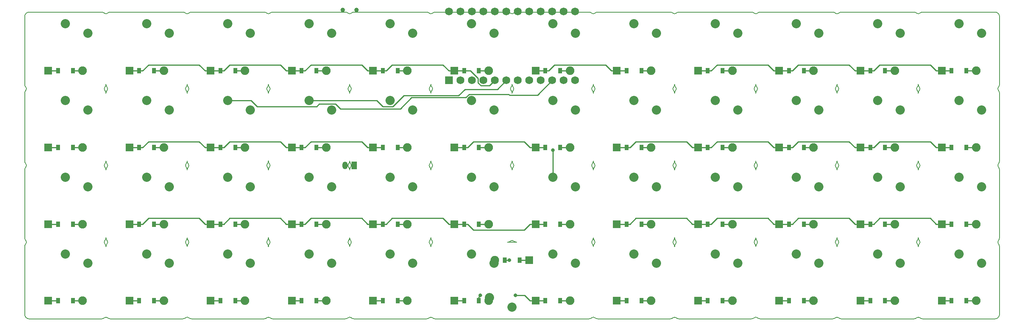
<source format=gbr>
G04 #@! TF.GenerationSoftware,KiCad,Pcbnew,5.1.5+dfsg1-2build2*
G04 #@! TF.CreationDate,2023-07-29T21:16:48+00:00*
G04 #@! TF.ProjectId,planck_routed,706c616e-636b-45f7-926f-757465642e6b,v1.0.0*
G04 #@! TF.SameCoordinates,Original*
G04 #@! TF.FileFunction,Copper,L1,Top*
G04 #@! TF.FilePolarity,Positive*
%FSLAX46Y46*%
G04 Gerber Fmt 4.6, Leading zero omitted, Abs format (unit mm)*
G04 Created by KiCad (PCBNEW 5.1.5+dfsg1-2build2) date 2023-07-29 21:16:48*
%MOMM*%
%LPD*%
G04 APERTURE LIST*
G04 #@! TA.AperFunction,Profile*
%ADD10C,0.150000*%
G04 #@! TD*
G04 #@! TA.AperFunction,ComponentPad*
%ADD11C,2.032000*%
G04 #@! TD*
G04 #@! TA.AperFunction,SMDPad,CuDef*
%ADD12R,0.900000X1.200000*%
G04 #@! TD*
G04 #@! TA.AperFunction,ComponentPad*
%ADD13R,1.778000X1.778000*%
G04 #@! TD*
G04 #@! TA.AperFunction,ComponentPad*
%ADD14C,1.905000*%
G04 #@! TD*
G04 #@! TA.AperFunction,ComponentPad*
%ADD15R,1.752600X1.752600*%
G04 #@! TD*
G04 #@! TA.AperFunction,ComponentPad*
%ADD16C,1.752600*%
G04 #@! TD*
G04 #@! TA.AperFunction,WasherPad*
%ADD17C,1.000000*%
G04 #@! TD*
G04 #@! TA.AperFunction,ComponentPad*
%ADD18R,1.200000X1.700000*%
G04 #@! TD*
G04 #@! TA.AperFunction,ComponentPad*
%ADD19O,1.200000X1.700000*%
G04 #@! TD*
G04 #@! TA.AperFunction,ViaPad*
%ADD20C,0.800000*%
G04 #@! TD*
G04 #@! TA.AperFunction,Conductor*
%ADD21C,0.250000*%
G04 #@! TD*
G04 APERTURE END LIST*
D10*
X-8000000Y8500000D02*
X8000000Y8500000D01*
X8666667Y8754644D02*
G75*
G02X8000000Y8500000I-666667J745356D01*
G01*
X8745356Y25166667D02*
G75*
G02X9000000Y24500000I-745356J-666667D01*
G01*
X-9000000Y24500000D02*
G75*
G02X-8745356Y25166667I1000000J0D01*
G01*
X-9000000Y24500000D02*
X-9000000Y9500000D01*
X-8000000Y8500000D02*
G75*
G02X-9000000Y9500000I0J1000000D01*
G01*
X9000000Y26500000D02*
G75*
G02X8745356Y25833333I-1000000J0D01*
G01*
X8745356Y42166667D02*
G75*
G02X9000000Y41500000I-745356J-666667D01*
G01*
X-9000000Y41500000D02*
G75*
G02X-8745356Y42166667I1000000J0D01*
G01*
X-9000000Y41500000D02*
X-9000000Y26500000D01*
X-8745356Y25833333D02*
G75*
G02X-9000000Y26500000I745356J666667D01*
G01*
X9000000Y43500000D02*
G75*
G02X8745356Y42833333I-1000000J0D01*
G01*
X8745356Y59166667D02*
G75*
G02X9000000Y58500000I-745356J-666667D01*
G01*
X-9000000Y58500000D02*
G75*
G02X-8745356Y59166667I1000000J0D01*
G01*
X-9000000Y58500000D02*
X-9000000Y43500000D01*
X-8745356Y42833333D02*
G75*
G02X-9000000Y43500000I745356J666667D01*
G01*
X9000000Y60500000D02*
G75*
G02X8745356Y59833333I-1000000J0D01*
G01*
X8000000Y76500000D02*
G75*
G02X8666667Y76245356I0J-1000000D01*
G01*
X8000000Y76500000D02*
X-8000000Y76500000D01*
X-9000000Y75500000D02*
G75*
G02X-8000000Y76500000I1000000J0D01*
G01*
X-9000000Y75500000D02*
X-9000000Y60500000D01*
X-8745356Y59833333D02*
G75*
G02X-9000000Y60500000I745356J666667D01*
G01*
X10000000Y8500000D02*
X26000000Y8500000D01*
X26666667Y8754644D02*
G75*
G02X26000000Y8500000I-666667J745356D01*
G01*
X26745356Y25166667D02*
G75*
G02X27000000Y24500000I-745356J-666667D01*
G01*
X9000000Y24500000D02*
G75*
G02X9254644Y25166667I1000000J0D01*
G01*
X10000000Y8500000D02*
G75*
G02X9333333Y8754644I0J1000000D01*
G01*
X27000000Y26500000D02*
G75*
G02X26745356Y25833333I-1000000J0D01*
G01*
X26745356Y42166667D02*
G75*
G02X27000000Y41500000I-745356J-666667D01*
G01*
X9000000Y41500000D02*
G75*
G02X9254644Y42166667I1000000J0D01*
G01*
X9254644Y25833333D02*
G75*
G02X9000000Y26500000I745356J666667D01*
G01*
X27000000Y43500000D02*
G75*
G02X26745356Y42833333I-1000000J0D01*
G01*
X26745356Y59166667D02*
G75*
G02X27000000Y58500000I-745356J-666667D01*
G01*
X9000000Y58500000D02*
G75*
G02X9254644Y59166667I1000000J0D01*
G01*
X9254644Y42833333D02*
G75*
G02X9000000Y43500000I745356J666667D01*
G01*
X27000000Y60500000D02*
G75*
G02X26745356Y59833333I-1000000J0D01*
G01*
X26000000Y76500000D02*
G75*
G02X26666667Y76245356I0J-1000000D01*
G01*
X26000000Y76500000D02*
X10000000Y76500000D01*
X9333333Y76245356D02*
G75*
G02X10000000Y76500000I666667J-745356D01*
G01*
X9254644Y59833333D02*
G75*
G02X9000000Y60500000I745356J666667D01*
G01*
X28000000Y8500000D02*
X44000000Y8500000D01*
X44666667Y8754644D02*
G75*
G02X44000000Y8500000I-666667J745356D01*
G01*
X44745356Y25166667D02*
G75*
G02X45000000Y24500000I-745356J-666667D01*
G01*
X27000000Y24500000D02*
G75*
G02X27254644Y25166667I1000000J0D01*
G01*
X28000000Y8500000D02*
G75*
G02X27333333Y8754644I0J1000000D01*
G01*
X45000000Y26500000D02*
G75*
G02X44745356Y25833333I-1000000J0D01*
G01*
X44745356Y42166667D02*
G75*
G02X45000000Y41500000I-745356J-666667D01*
G01*
X27000000Y41500000D02*
G75*
G02X27254644Y42166667I1000000J0D01*
G01*
X27254644Y25833333D02*
G75*
G02X27000000Y26500000I745356J666667D01*
G01*
X45000000Y43500000D02*
G75*
G02X44745356Y42833333I-1000000J0D01*
G01*
X44745356Y59166667D02*
G75*
G02X45000000Y58500000I-745356J-666667D01*
G01*
X27000000Y58500000D02*
G75*
G02X27254644Y59166667I1000000J0D01*
G01*
X27254644Y42833333D02*
G75*
G02X27000000Y43500000I745356J666667D01*
G01*
X45000000Y60500000D02*
G75*
G02X44745356Y59833333I-1000000J0D01*
G01*
X44000000Y76500000D02*
G75*
G02X44666667Y76245356I0J-1000000D01*
G01*
X44000000Y76500000D02*
X28000000Y76500000D01*
X27333333Y76245356D02*
G75*
G02X28000000Y76500000I666667J-745356D01*
G01*
X27254644Y59833333D02*
G75*
G02X27000000Y60500000I745356J666667D01*
G01*
X46000000Y8500000D02*
X62000000Y8500000D01*
X62666667Y8754644D02*
G75*
G02X62000000Y8500000I-666667J745356D01*
G01*
X62745356Y25166667D02*
G75*
G02X63000000Y24500000I-745356J-666667D01*
G01*
X45000000Y24500000D02*
G75*
G02X45254644Y25166667I1000000J0D01*
G01*
X46000000Y8500000D02*
G75*
G02X45333333Y8754644I0J1000000D01*
G01*
X63000000Y26500000D02*
G75*
G02X62745356Y25833333I-1000000J0D01*
G01*
X62745356Y42166667D02*
G75*
G02X63000000Y41500000I-745356J-666667D01*
G01*
X45000000Y41500000D02*
G75*
G02X45254644Y42166667I1000000J0D01*
G01*
X45254644Y25833333D02*
G75*
G02X45000000Y26500000I745356J666667D01*
G01*
X63000000Y43500000D02*
G75*
G02X62745356Y42833333I-1000000J0D01*
G01*
X62745356Y59166667D02*
G75*
G02X63000000Y58500000I-745356J-666667D01*
G01*
X45000000Y58500000D02*
G75*
G02X45254644Y59166667I1000000J0D01*
G01*
X45254644Y42833333D02*
G75*
G02X45000000Y43500000I745356J666667D01*
G01*
X63000000Y60500000D02*
G75*
G02X62745356Y59833333I-1000000J0D01*
G01*
X62000000Y76500000D02*
G75*
G02X62666667Y76245356I0J-1000000D01*
G01*
X62000000Y76500000D02*
X46000000Y76500000D01*
X45333333Y76245356D02*
G75*
G02X46000000Y76500000I666667J-745356D01*
G01*
X45254644Y59833333D02*
G75*
G02X45000000Y60500000I745356J666667D01*
G01*
X64000000Y8500000D02*
X80000000Y8500000D01*
X80666667Y8754644D02*
G75*
G02X80000000Y8500000I-666667J745356D01*
G01*
X80745356Y25166667D02*
G75*
G02X81000000Y24500000I-745356J-666667D01*
G01*
X63000000Y24500000D02*
G75*
G02X63254644Y25166667I1000000J0D01*
G01*
X64000000Y8500000D02*
G75*
G02X63333333Y8754644I0J1000000D01*
G01*
X81000000Y26500000D02*
G75*
G02X80745356Y25833333I-1000000J0D01*
G01*
X80745356Y42166667D02*
G75*
G02X81000000Y41500000I-745356J-666667D01*
G01*
X63000000Y41500000D02*
G75*
G02X63254644Y42166667I1000000J0D01*
G01*
X63254644Y25833333D02*
G75*
G02X63000000Y26500000I745356J666667D01*
G01*
X81000000Y43500000D02*
G75*
G02X80745356Y42833333I-1000000J0D01*
G01*
X80745356Y59166667D02*
G75*
G02X81000000Y58500000I-745356J-666667D01*
G01*
X63000000Y58500000D02*
G75*
G02X63254644Y59166667I1000000J0D01*
G01*
X63254644Y42833333D02*
G75*
G02X63000000Y43500000I745356J666667D01*
G01*
X81000000Y60500000D02*
G75*
G02X80745356Y59833333I-1000000J0D01*
G01*
X80000000Y76500000D02*
G75*
G02X80666667Y76245356I0J-1000000D01*
G01*
X80000000Y76500000D02*
X64000000Y76500000D01*
X63333333Y76245356D02*
G75*
G02X64000000Y76500000I666667J-745356D01*
G01*
X63254644Y59833333D02*
G75*
G02X63000000Y60500000I745356J666667D01*
G01*
X82000000Y8500000D02*
X116000000Y8500000D01*
X81000000Y24500000D02*
G75*
G02X81254644Y25166667I1000000J0D01*
G01*
X82000000Y8500000D02*
G75*
G02X81333333Y8754644I0J1000000D01*
G01*
X98666667Y25754644D02*
G75*
G02X98000000Y25500000I-666667J745356D01*
G01*
X98745356Y42166667D02*
G75*
G02X99000000Y41500000I-745356J-666667D01*
G01*
X81000000Y41500000D02*
G75*
G02X81254644Y42166667I1000000J0D01*
G01*
X81254644Y25833333D02*
G75*
G02X81000000Y26500000I745356J666667D01*
G01*
X99000000Y43500000D02*
G75*
G02X98745356Y42833333I-1000000J0D01*
G01*
X98745356Y59166667D02*
G75*
G02X99000000Y58500000I-745356J-666667D01*
G01*
X81000000Y58500000D02*
G75*
G02X81254644Y59166667I1000000J0D01*
G01*
X81254644Y42833333D02*
G75*
G02X81000000Y43500000I745356J666667D01*
G01*
X99000000Y60500000D02*
G75*
G02X98745356Y59833333I-1000000J0D01*
G01*
X98000000Y76500000D02*
G75*
G02X98666667Y76245356I0J-1000000D01*
G01*
X98000000Y76500000D02*
X82000000Y76500000D01*
X81333333Y76245356D02*
G75*
G02X82000000Y76500000I666667J-745356D01*
G01*
X81254644Y59833333D02*
G75*
G02X81000000Y60500000I745356J666667D01*
G01*
X100000000Y25500000D02*
X98000000Y25500000D01*
X116666667Y8754644D02*
G75*
G02X116000000Y8500000I-666667J745356D01*
G01*
X116745356Y25166667D02*
G75*
G02X117000000Y24500000I-745356J-666667D01*
G01*
X117000000Y26500000D02*
G75*
G02X116745356Y25833333I-1000000J0D01*
G01*
X116745356Y42166667D02*
G75*
G02X117000000Y41500000I-745356J-666667D01*
G01*
X99000000Y41500000D02*
G75*
G02X99254644Y42166667I1000000J0D01*
G01*
X100000000Y25500000D02*
G75*
G02X99333333Y25754644I0J1000000D01*
G01*
X117000000Y43500000D02*
G75*
G02X116745356Y42833333I-1000000J0D01*
G01*
X116745356Y59166667D02*
G75*
G02X117000000Y58500000I-745356J-666667D01*
G01*
X99000000Y58500000D02*
G75*
G02X99254644Y59166667I1000000J0D01*
G01*
X99254644Y42833333D02*
G75*
G02X99000000Y43500000I745356J666667D01*
G01*
X117000000Y60500000D02*
G75*
G02X116745356Y59833333I-1000000J0D01*
G01*
X116000000Y76500000D02*
G75*
G02X116666667Y76245356I0J-1000000D01*
G01*
X116000000Y76500000D02*
X100000000Y76500000D01*
X99333333Y76245356D02*
G75*
G02X100000000Y76500000I666667J-745356D01*
G01*
X99254644Y59833333D02*
G75*
G02X99000000Y60500000I745356J666667D01*
G01*
X118000000Y8500000D02*
X134000000Y8500000D01*
X134666667Y8754644D02*
G75*
G02X134000000Y8500000I-666667J745356D01*
G01*
X134745356Y25166667D02*
G75*
G02X135000000Y24500000I-745356J-666667D01*
G01*
X117000000Y24500000D02*
G75*
G02X117254644Y25166667I1000000J0D01*
G01*
X118000000Y8500000D02*
G75*
G02X117333333Y8754644I0J1000000D01*
G01*
X135000000Y26500000D02*
G75*
G02X134745356Y25833333I-1000000J0D01*
G01*
X134745356Y42166667D02*
G75*
G02X135000000Y41500000I-745356J-666667D01*
G01*
X117000000Y41500000D02*
G75*
G02X117254644Y42166667I1000000J0D01*
G01*
X117254644Y25833333D02*
G75*
G02X117000000Y26500000I745356J666667D01*
G01*
X135000000Y43500000D02*
G75*
G02X134745356Y42833333I-1000000J0D01*
G01*
X134745356Y59166667D02*
G75*
G02X135000000Y58500000I-745356J-666667D01*
G01*
X117000000Y58500000D02*
G75*
G02X117254644Y59166667I1000000J0D01*
G01*
X117254644Y42833333D02*
G75*
G02X117000000Y43500000I745356J666667D01*
G01*
X135000000Y60500000D02*
G75*
G02X134745356Y59833333I-1000000J0D01*
G01*
X134000000Y76500000D02*
G75*
G02X134666667Y76245356I0J-1000000D01*
G01*
X134000000Y76500000D02*
X118000000Y76500000D01*
X117333333Y76245356D02*
G75*
G02X118000000Y76500000I666667J-745356D01*
G01*
X117254644Y59833333D02*
G75*
G02X117000000Y60500000I745356J666667D01*
G01*
X136000000Y8500000D02*
X152000000Y8500000D01*
X152666667Y8754644D02*
G75*
G02X152000000Y8500000I-666667J745356D01*
G01*
X152745356Y25166667D02*
G75*
G02X153000000Y24500000I-745356J-666667D01*
G01*
X135000000Y24500000D02*
G75*
G02X135254644Y25166667I1000000J0D01*
G01*
X136000000Y8500000D02*
G75*
G02X135333333Y8754644I0J1000000D01*
G01*
X153000000Y26500000D02*
G75*
G02X152745356Y25833333I-1000000J0D01*
G01*
X152745356Y42166667D02*
G75*
G02X153000000Y41500000I-745356J-666667D01*
G01*
X135000000Y41500000D02*
G75*
G02X135254644Y42166667I1000000J0D01*
G01*
X135254644Y25833333D02*
G75*
G02X135000000Y26500000I745356J666667D01*
G01*
X153000000Y43500000D02*
G75*
G02X152745356Y42833333I-1000000J0D01*
G01*
X152745356Y59166667D02*
G75*
G02X153000000Y58500000I-745356J-666667D01*
G01*
X135000000Y58500000D02*
G75*
G02X135254644Y59166667I1000000J0D01*
G01*
X135254644Y42833333D02*
G75*
G02X135000000Y43500000I745356J666667D01*
G01*
X153000000Y60500000D02*
G75*
G02X152745356Y59833333I-1000000J0D01*
G01*
X152000000Y76500000D02*
G75*
G02X152666667Y76245356I0J-1000000D01*
G01*
X152000000Y76500000D02*
X136000000Y76500000D01*
X135333333Y76245356D02*
G75*
G02X136000000Y76500000I666667J-745356D01*
G01*
X135254644Y59833333D02*
G75*
G02X135000000Y60500000I745356J666667D01*
G01*
X154000000Y8500000D02*
X170000000Y8500000D01*
X170666667Y8754644D02*
G75*
G02X170000000Y8500000I-666667J745356D01*
G01*
X170745356Y25166667D02*
G75*
G02X171000000Y24500000I-745356J-666667D01*
G01*
X153000000Y24500000D02*
G75*
G02X153254644Y25166667I1000000J0D01*
G01*
X154000000Y8500000D02*
G75*
G02X153333333Y8754644I0J1000000D01*
G01*
X171000000Y26500000D02*
G75*
G02X170745356Y25833333I-1000000J0D01*
G01*
X170745356Y42166667D02*
G75*
G02X171000000Y41500000I-745356J-666667D01*
G01*
X153000000Y41500000D02*
G75*
G02X153254644Y42166667I1000000J0D01*
G01*
X153254644Y25833333D02*
G75*
G02X153000000Y26500000I745356J666667D01*
G01*
X171000000Y43500000D02*
G75*
G02X170745356Y42833333I-1000000J0D01*
G01*
X170745356Y59166667D02*
G75*
G02X171000000Y58500000I-745356J-666667D01*
G01*
X153000000Y58500000D02*
G75*
G02X153254644Y59166667I1000000J0D01*
G01*
X153254644Y42833333D02*
G75*
G02X153000000Y43500000I745356J666667D01*
G01*
X171000000Y60500000D02*
G75*
G02X170745356Y59833333I-1000000J0D01*
G01*
X170000000Y76500000D02*
G75*
G02X170666667Y76245356I0J-1000000D01*
G01*
X170000000Y76500000D02*
X154000000Y76500000D01*
X153333333Y76245356D02*
G75*
G02X154000000Y76500000I666667J-745356D01*
G01*
X153254644Y59833333D02*
G75*
G02X153000000Y60500000I745356J666667D01*
G01*
X172000000Y8500000D02*
X188000000Y8500000D01*
X188666667Y8754644D02*
G75*
G02X188000000Y8500000I-666667J745356D01*
G01*
X188745356Y25166667D02*
G75*
G02X189000000Y24500000I-745356J-666667D01*
G01*
X171000000Y24500000D02*
G75*
G02X171254644Y25166667I1000000J0D01*
G01*
X172000000Y8500000D02*
G75*
G02X171333333Y8754644I0J1000000D01*
G01*
X189000000Y26500000D02*
G75*
G02X188745356Y25833333I-1000000J0D01*
G01*
X188745356Y42166667D02*
G75*
G02X189000000Y41500000I-745356J-666667D01*
G01*
X171000000Y41500000D02*
G75*
G02X171254644Y42166667I1000000J0D01*
G01*
X171254644Y25833333D02*
G75*
G02X171000000Y26500000I745356J666667D01*
G01*
X189000000Y43500000D02*
G75*
G02X188745356Y42833333I-1000000J0D01*
G01*
X188745356Y59166667D02*
G75*
G02X189000000Y58500000I-745356J-666667D01*
G01*
X171000000Y58500000D02*
G75*
G02X171254644Y59166667I1000000J0D01*
G01*
X171254644Y42833333D02*
G75*
G02X171000000Y43500000I745356J666667D01*
G01*
X189000000Y60500000D02*
G75*
G02X188745356Y59833333I-1000000J0D01*
G01*
X188000000Y76500000D02*
G75*
G02X188666667Y76245356I0J-1000000D01*
G01*
X188000000Y76500000D02*
X172000000Y76500000D01*
X171333333Y76245356D02*
G75*
G02X172000000Y76500000I666667J-745356D01*
G01*
X171254644Y59833333D02*
G75*
G02X171000000Y60500000I745356J666667D01*
G01*
X190000000Y8500000D02*
X206000000Y8500000D01*
X207000000Y9500000D02*
G75*
G02X206000000Y8500000I-1000000J0D01*
G01*
X207000000Y9500000D02*
X207000000Y24500000D01*
X206745356Y25166667D02*
G75*
G02X207000000Y24500000I-745356J-666667D01*
G01*
X189000000Y24500000D02*
G75*
G02X189254644Y25166667I1000000J0D01*
G01*
X190000000Y8500000D02*
G75*
G02X189333333Y8754644I0J1000000D01*
G01*
X207000000Y26500000D02*
G75*
G02X206745356Y25833333I-1000000J0D01*
G01*
X207000000Y26500000D02*
X207000000Y41500000D01*
X206745356Y42166667D02*
G75*
G02X207000000Y41500000I-745356J-666667D01*
G01*
X189000000Y41500000D02*
G75*
G02X189254644Y42166667I1000000J0D01*
G01*
X189254644Y25833333D02*
G75*
G02X189000000Y26500000I745356J666667D01*
G01*
X207000000Y43500000D02*
G75*
G02X206745356Y42833333I-1000000J0D01*
G01*
X207000000Y43500000D02*
X207000000Y58500000D01*
X206745356Y59166667D02*
G75*
G02X207000000Y58500000I-745356J-666667D01*
G01*
X189000000Y58500000D02*
G75*
G02X189254644Y59166667I1000000J0D01*
G01*
X189254644Y42833333D02*
G75*
G02X189000000Y43500000I745356J666667D01*
G01*
X207000000Y60500000D02*
G75*
G02X206745356Y59833333I-1000000J0D01*
G01*
X207000000Y60500000D02*
X207000000Y75500000D01*
X206000000Y76500000D02*
G75*
G02X207000000Y75500000I0J-1000000D01*
G01*
X206000000Y76500000D02*
X190000000Y76500000D01*
X189333333Y76245356D02*
G75*
G02X190000000Y76500000I666667J-745356D01*
G01*
X189254644Y59833333D02*
G75*
G02X189000000Y60500000I745356J666667D01*
G01*
X8666666Y8754644D02*
G75*
G02X9333333Y8754644I333334J-372678D01*
G01*
X26666666Y8754644D02*
G75*
G02X27333333Y8754644I333334J-372678D01*
G01*
X44666666Y8754644D02*
G75*
G02X45333333Y8754644I333334J-372678D01*
G01*
X62666666Y8754644D02*
G75*
G02X63333333Y8754644I333334J-372678D01*
G01*
X80666666Y8754644D02*
G75*
G02X81333333Y8754644I333334J-372678D01*
G01*
X116666666Y8754644D02*
G75*
G02X117333333Y8754644I333334J-372678D01*
G01*
X134666666Y8754644D02*
G75*
G02X135333333Y8754644I333334J-372678D01*
G01*
X152666666Y8754644D02*
G75*
G02X153333333Y8754644I333334J-372678D01*
G01*
X170666666Y8754644D02*
G75*
G02X171333333Y8754644I333334J-372678D01*
G01*
X188666666Y8754644D02*
G75*
G02X189333333Y8754644I333334J-372678D01*
G01*
X206745356Y25166666D02*
G75*
G02X206745356Y25833333I372678J333334D01*
G01*
X206745356Y42166666D02*
G75*
G02X206745356Y42833333I372678J333334D01*
G01*
X206745356Y59166666D02*
G75*
G02X206745356Y59833333I372678J333334D01*
G01*
X189333334Y76245356D02*
G75*
G02X188666667Y76245356I-333334J372678D01*
G01*
X171333334Y76245356D02*
G75*
G02X170666667Y76245356I-333334J372678D01*
G01*
X153333334Y76245356D02*
G75*
G02X152666667Y76245356I-333334J372678D01*
G01*
X135333334Y76245356D02*
G75*
G02X134666667Y76245356I-333334J372678D01*
G01*
X117333334Y76245356D02*
G75*
G02X116666667Y76245356I-333334J372678D01*
G01*
X99333334Y76245356D02*
G75*
G02X98666667Y76245356I-333334J372678D01*
G01*
X81333334Y76245356D02*
G75*
G02X80666667Y76245356I-333334J372678D01*
G01*
X63333334Y76245356D02*
G75*
G02X62666667Y76245356I-333334J372678D01*
G01*
X45333334Y76245356D02*
G75*
G02X44666667Y76245356I-333334J372678D01*
G01*
X27333334Y76245356D02*
G75*
G02X26666667Y76245356I-333334J372678D01*
G01*
X9333334Y76245356D02*
G75*
G02X8666667Y76245356I-333334J372678D01*
G01*
X-8745356Y59833334D02*
G75*
G02X-8745356Y59166667I-372678J-333334D01*
G01*
X-8745356Y42833334D02*
G75*
G02X-8745356Y42166667I-372678J-333334D01*
G01*
X-8745356Y25833334D02*
G75*
G02X-8745356Y25166667I-372678J-333334D01*
G01*
X8745356Y25166666D02*
G75*
G02X8745356Y25833333I372678J333334D01*
G01*
X9254644Y25833334D02*
G75*
G02X9254644Y25166667I-372678J-333334D01*
G01*
X8745356Y42166666D02*
G75*
G02X8745356Y42833333I372678J333334D01*
G01*
X9254644Y42833334D02*
G75*
G02X9254644Y42166667I-372678J-333334D01*
G01*
X8745356Y59166666D02*
G75*
G02X8745356Y59833333I372678J333334D01*
G01*
X9254644Y59833334D02*
G75*
G02X9254644Y59166667I-372678J-333334D01*
G01*
X26745356Y25166666D02*
G75*
G02X26745356Y25833333I372678J333334D01*
G01*
X27254644Y25833334D02*
G75*
G02X27254644Y25166667I-372678J-333334D01*
G01*
X26745356Y42166666D02*
G75*
G02X26745356Y42833333I372678J333334D01*
G01*
X27254644Y42833334D02*
G75*
G02X27254644Y42166667I-372678J-333334D01*
G01*
X26745356Y59166666D02*
G75*
G02X26745356Y59833333I372678J333334D01*
G01*
X27254644Y59833334D02*
G75*
G02X27254644Y59166667I-372678J-333334D01*
G01*
X44745356Y25166666D02*
G75*
G02X44745356Y25833333I372678J333334D01*
G01*
X45254644Y25833334D02*
G75*
G02X45254644Y25166667I-372678J-333334D01*
G01*
X44745356Y42166666D02*
G75*
G02X44745356Y42833333I372678J333334D01*
G01*
X45254644Y42833334D02*
G75*
G02X45254644Y42166667I-372678J-333334D01*
G01*
X44745356Y59166666D02*
G75*
G02X44745356Y59833333I372678J333334D01*
G01*
X45254644Y59833334D02*
G75*
G02X45254644Y59166667I-372678J-333334D01*
G01*
X62745356Y25166666D02*
G75*
G02X62745356Y25833333I372678J333334D01*
G01*
X63254644Y25833334D02*
G75*
G02X63254644Y25166667I-372678J-333334D01*
G01*
X62745356Y42166666D02*
G75*
G02X62745356Y42833333I372678J333334D01*
G01*
X63254644Y42833334D02*
G75*
G02X63254644Y42166667I-372678J-333334D01*
G01*
X62745356Y59166666D02*
G75*
G02X62745356Y59833333I372678J333334D01*
G01*
X63254644Y59833334D02*
G75*
G02X63254644Y59166667I-372678J-333334D01*
G01*
X80745356Y25166666D02*
G75*
G02X80745356Y25833333I372678J333334D01*
G01*
X81254644Y25833334D02*
G75*
G02X81254644Y25166667I-372678J-333334D01*
G01*
X80745356Y42166666D02*
G75*
G02X80745356Y42833333I372678J333334D01*
G01*
X81254644Y42833334D02*
G75*
G02X81254644Y42166667I-372678J-333334D01*
G01*
X80745356Y59166666D02*
G75*
G02X80745356Y59833333I372678J333334D01*
G01*
X81254644Y59833334D02*
G75*
G02X81254644Y59166667I-372678J-333334D01*
G01*
X98745356Y42166666D02*
G75*
G02X98745356Y42833333I372678J333334D01*
G01*
X99254644Y42833334D02*
G75*
G02X99254644Y42166667I-372678J-333334D01*
G01*
X98745356Y59166666D02*
G75*
G02X98745356Y59833333I372678J333334D01*
G01*
X99254644Y59833334D02*
G75*
G02X99254644Y59166667I-372678J-333334D01*
G01*
X116745356Y25166666D02*
G75*
G02X116745356Y25833333I372678J333334D01*
G01*
X117254644Y25833334D02*
G75*
G02X117254644Y25166667I-372678J-333334D01*
G01*
X116745356Y42166666D02*
G75*
G02X116745356Y42833333I372678J333334D01*
G01*
X117254644Y42833334D02*
G75*
G02X117254644Y42166667I-372678J-333334D01*
G01*
X116745356Y59166666D02*
G75*
G02X116745356Y59833333I372678J333334D01*
G01*
X117254644Y59833334D02*
G75*
G02X117254644Y59166667I-372678J-333334D01*
G01*
X134745356Y25166666D02*
G75*
G02X134745356Y25833333I372678J333334D01*
G01*
X135254644Y25833334D02*
G75*
G02X135254644Y25166667I-372678J-333334D01*
G01*
X134745356Y42166666D02*
G75*
G02X134745356Y42833333I372678J333334D01*
G01*
X135254644Y42833334D02*
G75*
G02X135254644Y42166667I-372678J-333334D01*
G01*
X134745356Y59166666D02*
G75*
G02X134745356Y59833333I372678J333334D01*
G01*
X135254644Y59833334D02*
G75*
G02X135254644Y59166667I-372678J-333334D01*
G01*
X152745356Y25166666D02*
G75*
G02X152745356Y25833333I372678J333334D01*
G01*
X153254644Y25833334D02*
G75*
G02X153254644Y25166667I-372678J-333334D01*
G01*
X152745356Y42166666D02*
G75*
G02X152745356Y42833333I372678J333334D01*
G01*
X153254644Y42833334D02*
G75*
G02X153254644Y42166667I-372678J-333334D01*
G01*
X152745356Y59166666D02*
G75*
G02X152745356Y59833333I372678J333334D01*
G01*
X153254644Y59833334D02*
G75*
G02X153254644Y59166667I-372678J-333334D01*
G01*
X170745356Y25166666D02*
G75*
G02X170745356Y25833333I372678J333334D01*
G01*
X171254644Y25833334D02*
G75*
G02X171254644Y25166667I-372678J-333334D01*
G01*
X170745356Y42166666D02*
G75*
G02X170745356Y42833333I372678J333334D01*
G01*
X171254644Y42833334D02*
G75*
G02X171254644Y42166667I-372678J-333334D01*
G01*
X170745356Y59166666D02*
G75*
G02X170745356Y59833333I372678J333334D01*
G01*
X171254644Y59833334D02*
G75*
G02X171254644Y59166667I-372678J-333334D01*
G01*
X188745356Y25166666D02*
G75*
G02X188745356Y25833333I372678J333334D01*
G01*
X189254644Y25833334D02*
G75*
G02X189254644Y25166667I-372678J-333334D01*
G01*
X188745356Y42166666D02*
G75*
G02X188745356Y42833333I372678J333334D01*
G01*
X189254644Y42833334D02*
G75*
G02X189254644Y42166667I-372678J-333334D01*
G01*
X188745356Y59166666D02*
G75*
G02X188745356Y59833333I372678J333334D01*
G01*
X189254644Y59833334D02*
G75*
G02X189254644Y59166667I-372678J-333334D01*
G01*
X98666666Y25754644D02*
G75*
G02X99333333Y25754644I333334J-372678D01*
G01*
D11*
G04 #@! TO.P,S1,1*
G04 #@! TO.N,one_modrow*
X5000000Y20800000D03*
G04 #@! TO.P,S1,2*
G04 #@! TO.N,P1*
X0Y22900000D03*
G04 #@! TD*
G04 #@! TO.P,S2,1*
G04 #@! TO.N,one_bottom*
X5000000Y37800000D03*
G04 #@! TO.P,S2,2*
G04 #@! TO.N,P1*
X0Y39900000D03*
G04 #@! TD*
G04 #@! TO.P,S3,1*
G04 #@! TO.N,one_home*
X5000000Y54800000D03*
G04 #@! TO.P,S3,2*
G04 #@! TO.N,P1*
X0Y56900000D03*
G04 #@! TD*
G04 #@! TO.P,S4,1*
G04 #@! TO.N,one_top*
X5000000Y71800000D03*
G04 #@! TO.P,S4,2*
G04 #@! TO.N,P1*
X0Y73900000D03*
G04 #@! TD*
G04 #@! TO.P,S5,1*
G04 #@! TO.N,two_modrow*
X23000000Y20800000D03*
G04 #@! TO.P,S5,2*
G04 #@! TO.N,P0*
X18000000Y22900000D03*
G04 #@! TD*
G04 #@! TO.P,S6,1*
G04 #@! TO.N,two_bottom*
X23000000Y37800000D03*
G04 #@! TO.P,S6,2*
G04 #@! TO.N,P0*
X18000000Y39900000D03*
G04 #@! TD*
G04 #@! TO.P,S7,1*
G04 #@! TO.N,two_home*
X23000000Y54800000D03*
G04 #@! TO.P,S7,2*
G04 #@! TO.N,P0*
X18000000Y56900000D03*
G04 #@! TD*
G04 #@! TO.P,S8,1*
G04 #@! TO.N,two_top*
X23000000Y71800000D03*
G04 #@! TO.P,S8,2*
G04 #@! TO.N,P0*
X18000000Y73900000D03*
G04 #@! TD*
G04 #@! TO.P,S9,1*
G04 #@! TO.N,three_modrow*
X41000000Y20800000D03*
G04 #@! TO.P,S9,2*
G04 #@! TO.N,P14*
X36000000Y22900000D03*
G04 #@! TD*
G04 #@! TO.P,S10,1*
G04 #@! TO.N,three_bottom*
X41000000Y37800000D03*
G04 #@! TO.P,S10,2*
G04 #@! TO.N,P14*
X36000000Y39900000D03*
G04 #@! TD*
G04 #@! TO.P,S11,1*
G04 #@! TO.N,three_home*
X41000000Y54800000D03*
G04 #@! TO.P,S11,2*
G04 #@! TO.N,P14*
X36000000Y56900000D03*
G04 #@! TD*
G04 #@! TO.P,S12,1*
G04 #@! TO.N,three_top*
X41000000Y71800000D03*
G04 #@! TO.P,S12,2*
G04 #@! TO.N,P14*
X36000000Y73900000D03*
G04 #@! TD*
G04 #@! TO.P,S13,1*
G04 #@! TO.N,four_modrow*
X59000000Y20800000D03*
G04 #@! TO.P,S13,2*
G04 #@! TO.N,P20*
X54000000Y22900000D03*
G04 #@! TD*
G04 #@! TO.P,S14,1*
G04 #@! TO.N,four_bottom*
X59000000Y37800000D03*
G04 #@! TO.P,S14,2*
G04 #@! TO.N,P20*
X54000000Y39900000D03*
G04 #@! TD*
G04 #@! TO.P,S15,1*
G04 #@! TO.N,four_home*
X59000000Y54800000D03*
G04 #@! TO.P,S15,2*
G04 #@! TO.N,P20*
X54000000Y56900000D03*
G04 #@! TD*
G04 #@! TO.P,S16,1*
G04 #@! TO.N,four_top*
X59000000Y71800000D03*
G04 #@! TO.P,S16,2*
G04 #@! TO.N,P20*
X54000000Y73900000D03*
G04 #@! TD*
G04 #@! TO.P,S17,1*
G04 #@! TO.N,five_modrow*
X77000000Y20800000D03*
G04 #@! TO.P,S17,2*
G04 #@! TO.N,P2*
X72000000Y22900000D03*
G04 #@! TD*
G04 #@! TO.P,S18,1*
G04 #@! TO.N,five_bottom*
X77000000Y37800000D03*
G04 #@! TO.P,S18,2*
G04 #@! TO.N,P2*
X72000000Y39900000D03*
G04 #@! TD*
G04 #@! TO.P,S19,1*
G04 #@! TO.N,five_home*
X77000000Y54800000D03*
G04 #@! TO.P,S19,2*
G04 #@! TO.N,P2*
X72000000Y56900000D03*
G04 #@! TD*
G04 #@! TO.P,S20,1*
G04 #@! TO.N,five_top*
X77000000Y71800000D03*
G04 #@! TO.P,S20,2*
G04 #@! TO.N,P2*
X72000000Y73900000D03*
G04 #@! TD*
G04 #@! TO.P,S21,1*
G04 #@! TO.N,six_modrow*
X95000000Y20800000D03*
G04 #@! TO.P,S21,2*
G04 #@! TO.N,P3*
X90000000Y22900000D03*
G04 #@! TD*
G04 #@! TO.P,S22,1*
G04 #@! TO.N,six_bottom*
X95000000Y37800000D03*
G04 #@! TO.P,S22,2*
G04 #@! TO.N,P3*
X90000000Y39900000D03*
G04 #@! TD*
G04 #@! TO.P,S23,1*
G04 #@! TO.N,six_home*
X95000000Y54800000D03*
G04 #@! TO.P,S23,2*
G04 #@! TO.N,P3*
X90000000Y56900000D03*
G04 #@! TD*
G04 #@! TO.P,S24,1*
G04 #@! TO.N,six_top*
X95000000Y71800000D03*
G04 #@! TO.P,S24,2*
G04 #@! TO.N,P3*
X90000000Y73900000D03*
G04 #@! TD*
G04 #@! TO.P,S25,1*
G04 #@! TO.N,seven_2uspacebar*
X94000000Y13200000D03*
G04 #@! TO.P,S25,2*
G04 #@! TO.N,P4*
X99000000Y11100000D03*
G04 #@! TD*
G04 #@! TO.P,S26,1*
G04 #@! TO.N,seven_modrow*
X113000000Y20800000D03*
G04 #@! TO.P,S26,2*
G04 #@! TO.N,P4*
X108000000Y22900000D03*
G04 #@! TD*
G04 #@! TO.P,S27,1*
G04 #@! TO.N,seven_bottom*
X113000000Y37800000D03*
G04 #@! TO.P,S27,2*
G04 #@! TO.N,P4*
X108000000Y39900000D03*
G04 #@! TD*
G04 #@! TO.P,S28,1*
G04 #@! TO.N,seven_home*
X113000000Y54800000D03*
G04 #@! TO.P,S28,2*
G04 #@! TO.N,P4*
X108000000Y56900000D03*
G04 #@! TD*
G04 #@! TO.P,S29,1*
G04 #@! TO.N,seven_top*
X113000000Y71800000D03*
G04 #@! TO.P,S29,2*
G04 #@! TO.N,P4*
X108000000Y73900000D03*
G04 #@! TD*
G04 #@! TO.P,S30,1*
G04 #@! TO.N,eight_modrow*
X131000000Y20800000D03*
G04 #@! TO.P,S30,2*
G04 #@! TO.N,P5*
X126000000Y22900000D03*
G04 #@! TD*
G04 #@! TO.P,S31,1*
G04 #@! TO.N,eight_bottom*
X131000000Y37800000D03*
G04 #@! TO.P,S31,2*
G04 #@! TO.N,P5*
X126000000Y39900000D03*
G04 #@! TD*
G04 #@! TO.P,S32,1*
G04 #@! TO.N,eight_home*
X131000000Y54800000D03*
G04 #@! TO.P,S32,2*
G04 #@! TO.N,P5*
X126000000Y56900000D03*
G04 #@! TD*
G04 #@! TO.P,S33,1*
G04 #@! TO.N,eight_top*
X131000000Y71800000D03*
G04 #@! TO.P,S33,2*
G04 #@! TO.N,P5*
X126000000Y73900000D03*
G04 #@! TD*
G04 #@! TO.P,S34,1*
G04 #@! TO.N,nine_modrow*
X149000000Y20800000D03*
G04 #@! TO.P,S34,2*
G04 #@! TO.N,P6*
X144000000Y22900000D03*
G04 #@! TD*
G04 #@! TO.P,S35,1*
G04 #@! TO.N,nine_bottom*
X149000000Y37800000D03*
G04 #@! TO.P,S35,2*
G04 #@! TO.N,P6*
X144000000Y39900000D03*
G04 #@! TD*
G04 #@! TO.P,S36,1*
G04 #@! TO.N,nine_home*
X149000000Y54800000D03*
G04 #@! TO.P,S36,2*
G04 #@! TO.N,P6*
X144000000Y56900000D03*
G04 #@! TD*
G04 #@! TO.P,S37,1*
G04 #@! TO.N,nine_top*
X149000000Y71800000D03*
G04 #@! TO.P,S37,2*
G04 #@! TO.N,P6*
X144000000Y73900000D03*
G04 #@! TD*
G04 #@! TO.P,S38,1*
G04 #@! TO.N,ten_modrow*
X167000000Y20800000D03*
G04 #@! TO.P,S38,2*
G04 #@! TO.N,P7*
X162000000Y22900000D03*
G04 #@! TD*
G04 #@! TO.P,S39,1*
G04 #@! TO.N,ten_bottom*
X167000000Y37800000D03*
G04 #@! TO.P,S39,2*
G04 #@! TO.N,P7*
X162000000Y39900000D03*
G04 #@! TD*
G04 #@! TO.P,S40,1*
G04 #@! TO.N,ten_home*
X167000000Y54800000D03*
G04 #@! TO.P,S40,2*
G04 #@! TO.N,P7*
X162000000Y56900000D03*
G04 #@! TD*
G04 #@! TO.P,S41,1*
G04 #@! TO.N,ten_top*
X167000000Y71800000D03*
G04 #@! TO.P,S41,2*
G04 #@! TO.N,P7*
X162000000Y73900000D03*
G04 #@! TD*
G04 #@! TO.P,S42,1*
G04 #@! TO.N,eleven_modrow*
X185000000Y20800000D03*
G04 #@! TO.P,S42,2*
G04 #@! TO.N,P8*
X180000000Y22900000D03*
G04 #@! TD*
G04 #@! TO.P,S43,1*
G04 #@! TO.N,eleven_bottom*
X185000000Y37800000D03*
G04 #@! TO.P,S43,2*
G04 #@! TO.N,P8*
X180000000Y39900000D03*
G04 #@! TD*
G04 #@! TO.P,S44,1*
G04 #@! TO.N,eleven_home*
X185000000Y54800000D03*
G04 #@! TO.P,S44,2*
G04 #@! TO.N,P8*
X180000000Y56900000D03*
G04 #@! TD*
G04 #@! TO.P,S45,1*
G04 #@! TO.N,eleven_top*
X185000000Y71800000D03*
G04 #@! TO.P,S45,2*
G04 #@! TO.N,P8*
X180000000Y73900000D03*
G04 #@! TD*
G04 #@! TO.P,S46,1*
G04 #@! TO.N,twelve_modrow*
X203000000Y20800000D03*
G04 #@! TO.P,S46,2*
G04 #@! TO.N,P9*
X198000000Y22900000D03*
G04 #@! TD*
G04 #@! TO.P,S47,1*
G04 #@! TO.N,twelve_bottom*
X203000000Y37800000D03*
G04 #@! TO.P,S47,2*
G04 #@! TO.N,P9*
X198000000Y39900000D03*
G04 #@! TD*
G04 #@! TO.P,S48,1*
G04 #@! TO.N,twelve_home*
X203000000Y54800000D03*
G04 #@! TO.P,S48,2*
G04 #@! TO.N,P9*
X198000000Y56900000D03*
G04 #@! TD*
G04 #@! TO.P,S49,1*
G04 #@! TO.N,twelve_top*
X203000000Y71800000D03*
G04 #@! TO.P,S49,2*
G04 #@! TO.N,P9*
X198000000Y73900000D03*
G04 #@! TD*
D12*
G04 #@! TO.P,D1,1*
G04 #@! TO.N,P19*
X-1650000Y12500000D03*
G04 #@! TO.P,D1,2*
G04 #@! TO.N,one_modrow*
X1650000Y12500000D03*
D13*
G04 #@! TO.P,D1,1*
G04 #@! TO.N,P19*
X-3810000Y12500000D03*
D14*
G04 #@! TO.P,D1,2*
G04 #@! TO.N,one_modrow*
X3810000Y12500000D03*
G04 #@! TD*
D12*
G04 #@! TO.P,D2,1*
G04 #@! TO.N,P18*
X-1650000Y29500000D03*
G04 #@! TO.P,D2,2*
G04 #@! TO.N,one_bottom*
X1650000Y29500000D03*
D13*
G04 #@! TO.P,D2,1*
G04 #@! TO.N,P18*
X-3810000Y29500000D03*
D14*
G04 #@! TO.P,D2,2*
G04 #@! TO.N,one_bottom*
X3810000Y29500000D03*
G04 #@! TD*
D12*
G04 #@! TO.P,D3,1*
G04 #@! TO.N,P15*
X-1650000Y46500000D03*
G04 #@! TO.P,D3,2*
G04 #@! TO.N,one_home*
X1650000Y46500000D03*
D13*
G04 #@! TO.P,D3,1*
G04 #@! TO.N,P15*
X-3810000Y46500000D03*
D14*
G04 #@! TO.P,D3,2*
G04 #@! TO.N,one_home*
X3810000Y46500000D03*
G04 #@! TD*
D12*
G04 #@! TO.P,D4,1*
G04 #@! TO.N,P21*
X-1650000Y63500000D03*
G04 #@! TO.P,D4,2*
G04 #@! TO.N,one_top*
X1650000Y63500000D03*
D13*
G04 #@! TO.P,D4,1*
G04 #@! TO.N,P21*
X-3810000Y63500000D03*
D14*
G04 #@! TO.P,D4,2*
G04 #@! TO.N,one_top*
X3810000Y63500000D03*
G04 #@! TD*
D12*
G04 #@! TO.P,D5,1*
G04 #@! TO.N,P19*
X16350000Y12500000D03*
G04 #@! TO.P,D5,2*
G04 #@! TO.N,two_modrow*
X19650000Y12500000D03*
D13*
G04 #@! TO.P,D5,1*
G04 #@! TO.N,P19*
X14190000Y12500000D03*
D14*
G04 #@! TO.P,D5,2*
G04 #@! TO.N,two_modrow*
X21810000Y12500000D03*
G04 #@! TD*
D12*
G04 #@! TO.P,D6,1*
G04 #@! TO.N,P18*
X16350000Y29500000D03*
G04 #@! TO.P,D6,2*
G04 #@! TO.N,two_bottom*
X19650000Y29500000D03*
D13*
G04 #@! TO.P,D6,1*
G04 #@! TO.N,P18*
X14190000Y29500000D03*
D14*
G04 #@! TO.P,D6,2*
G04 #@! TO.N,two_bottom*
X21810000Y29500000D03*
G04 #@! TD*
D12*
G04 #@! TO.P,D7,1*
G04 #@! TO.N,P15*
X16350000Y46500000D03*
G04 #@! TO.P,D7,2*
G04 #@! TO.N,two_home*
X19650000Y46500000D03*
D13*
G04 #@! TO.P,D7,1*
G04 #@! TO.N,P15*
X14190000Y46500000D03*
D14*
G04 #@! TO.P,D7,2*
G04 #@! TO.N,two_home*
X21810000Y46500000D03*
G04 #@! TD*
D12*
G04 #@! TO.P,D8,1*
G04 #@! TO.N,P21*
X16350000Y63500000D03*
G04 #@! TO.P,D8,2*
G04 #@! TO.N,two_top*
X19650000Y63500000D03*
D13*
G04 #@! TO.P,D8,1*
G04 #@! TO.N,P21*
X14190000Y63500000D03*
D14*
G04 #@! TO.P,D8,2*
G04 #@! TO.N,two_top*
X21810000Y63500000D03*
G04 #@! TD*
D12*
G04 #@! TO.P,D9,1*
G04 #@! TO.N,P19*
X34350000Y12500000D03*
G04 #@! TO.P,D9,2*
G04 #@! TO.N,three_modrow*
X37650000Y12500000D03*
D13*
G04 #@! TO.P,D9,1*
G04 #@! TO.N,P19*
X32190000Y12500000D03*
D14*
G04 #@! TO.P,D9,2*
G04 #@! TO.N,three_modrow*
X39810000Y12500000D03*
G04 #@! TD*
D12*
G04 #@! TO.P,D10,1*
G04 #@! TO.N,P18*
X34350000Y29500000D03*
G04 #@! TO.P,D10,2*
G04 #@! TO.N,three_bottom*
X37650000Y29500000D03*
D13*
G04 #@! TO.P,D10,1*
G04 #@! TO.N,P18*
X32190000Y29500000D03*
D14*
G04 #@! TO.P,D10,2*
G04 #@! TO.N,three_bottom*
X39810000Y29500000D03*
G04 #@! TD*
D12*
G04 #@! TO.P,D11,1*
G04 #@! TO.N,P15*
X34350000Y46500000D03*
G04 #@! TO.P,D11,2*
G04 #@! TO.N,three_home*
X37650000Y46500000D03*
D13*
G04 #@! TO.P,D11,1*
G04 #@! TO.N,P15*
X32190000Y46500000D03*
D14*
G04 #@! TO.P,D11,2*
G04 #@! TO.N,three_home*
X39810000Y46500000D03*
G04 #@! TD*
D12*
G04 #@! TO.P,D12,1*
G04 #@! TO.N,P21*
X34350000Y63500000D03*
G04 #@! TO.P,D12,2*
G04 #@! TO.N,three_top*
X37650000Y63500000D03*
D13*
G04 #@! TO.P,D12,1*
G04 #@! TO.N,P21*
X32190000Y63500000D03*
D14*
G04 #@! TO.P,D12,2*
G04 #@! TO.N,three_top*
X39810000Y63500000D03*
G04 #@! TD*
D12*
G04 #@! TO.P,D13,1*
G04 #@! TO.N,P19*
X52350000Y12500000D03*
G04 #@! TO.P,D13,2*
G04 #@! TO.N,four_modrow*
X55650000Y12500000D03*
D13*
G04 #@! TO.P,D13,1*
G04 #@! TO.N,P19*
X50190000Y12500000D03*
D14*
G04 #@! TO.P,D13,2*
G04 #@! TO.N,four_modrow*
X57810000Y12500000D03*
G04 #@! TD*
D12*
G04 #@! TO.P,D14,1*
G04 #@! TO.N,P18*
X52350000Y29500000D03*
G04 #@! TO.P,D14,2*
G04 #@! TO.N,four_bottom*
X55650000Y29500000D03*
D13*
G04 #@! TO.P,D14,1*
G04 #@! TO.N,P18*
X50190000Y29500000D03*
D14*
G04 #@! TO.P,D14,2*
G04 #@! TO.N,four_bottom*
X57810000Y29500000D03*
G04 #@! TD*
D12*
G04 #@! TO.P,D15,1*
G04 #@! TO.N,P15*
X52350000Y46500000D03*
G04 #@! TO.P,D15,2*
G04 #@! TO.N,four_home*
X55650000Y46500000D03*
D13*
G04 #@! TO.P,D15,1*
G04 #@! TO.N,P15*
X50190000Y46500000D03*
D14*
G04 #@! TO.P,D15,2*
G04 #@! TO.N,four_home*
X57810000Y46500000D03*
G04 #@! TD*
D12*
G04 #@! TO.P,D16,1*
G04 #@! TO.N,P21*
X52350000Y63500000D03*
G04 #@! TO.P,D16,2*
G04 #@! TO.N,four_top*
X55650000Y63500000D03*
D13*
G04 #@! TO.P,D16,1*
G04 #@! TO.N,P21*
X50190000Y63500000D03*
D14*
G04 #@! TO.P,D16,2*
G04 #@! TO.N,four_top*
X57810000Y63500000D03*
G04 #@! TD*
D12*
G04 #@! TO.P,D17,1*
G04 #@! TO.N,P19*
X70350000Y12500000D03*
G04 #@! TO.P,D17,2*
G04 #@! TO.N,five_modrow*
X73650000Y12500000D03*
D13*
G04 #@! TO.P,D17,1*
G04 #@! TO.N,P19*
X68190000Y12500000D03*
D14*
G04 #@! TO.P,D17,2*
G04 #@! TO.N,five_modrow*
X75810000Y12500000D03*
G04 #@! TD*
D12*
G04 #@! TO.P,D18,1*
G04 #@! TO.N,P18*
X70350000Y29500000D03*
G04 #@! TO.P,D18,2*
G04 #@! TO.N,five_bottom*
X73650000Y29500000D03*
D13*
G04 #@! TO.P,D18,1*
G04 #@! TO.N,P18*
X68190000Y29500000D03*
D14*
G04 #@! TO.P,D18,2*
G04 #@! TO.N,five_bottom*
X75810000Y29500000D03*
G04 #@! TD*
D12*
G04 #@! TO.P,D19,1*
G04 #@! TO.N,P15*
X70350000Y46500000D03*
G04 #@! TO.P,D19,2*
G04 #@! TO.N,five_home*
X73650000Y46500000D03*
D13*
G04 #@! TO.P,D19,1*
G04 #@! TO.N,P15*
X68190000Y46500000D03*
D14*
G04 #@! TO.P,D19,2*
G04 #@! TO.N,five_home*
X75810000Y46500000D03*
G04 #@! TD*
D12*
G04 #@! TO.P,D20,1*
G04 #@! TO.N,P21*
X70350000Y63500000D03*
G04 #@! TO.P,D20,2*
G04 #@! TO.N,five_top*
X73650000Y63500000D03*
D13*
G04 #@! TO.P,D20,1*
G04 #@! TO.N,P21*
X68190000Y63500000D03*
D14*
G04 #@! TO.P,D20,2*
G04 #@! TO.N,five_top*
X75810000Y63500000D03*
G04 #@! TD*
D12*
G04 #@! TO.P,D21,1*
G04 #@! TO.N,P19*
X88350000Y12500000D03*
G04 #@! TO.P,D21,2*
G04 #@! TO.N,six_modrow*
X91650000Y12500000D03*
D13*
G04 #@! TO.P,D21,1*
G04 #@! TO.N,P19*
X86190000Y12500000D03*
D14*
G04 #@! TO.P,D21,2*
G04 #@! TO.N,six_modrow*
X93810000Y12500000D03*
G04 #@! TD*
D12*
G04 #@! TO.P,D22,1*
G04 #@! TO.N,P18*
X88350000Y29500000D03*
G04 #@! TO.P,D22,2*
G04 #@! TO.N,six_bottom*
X91650000Y29500000D03*
D13*
G04 #@! TO.P,D22,1*
G04 #@! TO.N,P18*
X86190000Y29500000D03*
D14*
G04 #@! TO.P,D22,2*
G04 #@! TO.N,six_bottom*
X93810000Y29500000D03*
G04 #@! TD*
D12*
G04 #@! TO.P,D23,1*
G04 #@! TO.N,P15*
X88350000Y46500000D03*
G04 #@! TO.P,D23,2*
G04 #@! TO.N,six_home*
X91650000Y46500000D03*
D13*
G04 #@! TO.P,D23,1*
G04 #@! TO.N,P15*
X86190000Y46500000D03*
D14*
G04 #@! TO.P,D23,2*
G04 #@! TO.N,six_home*
X93810000Y46500000D03*
G04 #@! TD*
D12*
G04 #@! TO.P,D24,1*
G04 #@! TO.N,P21*
X88350000Y63500000D03*
G04 #@! TO.P,D24,2*
G04 #@! TO.N,six_top*
X91650000Y63500000D03*
D13*
G04 #@! TO.P,D24,1*
G04 #@! TO.N,P21*
X86190000Y63500000D03*
D14*
G04 #@! TO.P,D24,2*
G04 #@! TO.N,six_top*
X93810000Y63500000D03*
G04 #@! TD*
D12*
G04 #@! TO.P,D25,1*
G04 #@! TO.N,P19*
X100650000Y21500000D03*
G04 #@! TO.P,D25,2*
G04 #@! TO.N,seven_2uspacebar*
X97350000Y21500000D03*
D13*
G04 #@! TO.P,D25,1*
G04 #@! TO.N,P19*
X102810000Y21500000D03*
D14*
G04 #@! TO.P,D25,2*
G04 #@! TO.N,seven_2uspacebar*
X95190000Y21500000D03*
G04 #@! TD*
D12*
G04 #@! TO.P,D26,1*
G04 #@! TO.N,P19*
X106350000Y12500000D03*
G04 #@! TO.P,D26,2*
G04 #@! TO.N,seven_modrow*
X109650000Y12500000D03*
D13*
G04 #@! TO.P,D26,1*
G04 #@! TO.N,P19*
X104190000Y12500000D03*
D14*
G04 #@! TO.P,D26,2*
G04 #@! TO.N,seven_modrow*
X111810000Y12500000D03*
G04 #@! TD*
D12*
G04 #@! TO.P,D27,1*
G04 #@! TO.N,P18*
X106350000Y29500000D03*
G04 #@! TO.P,D27,2*
G04 #@! TO.N,seven_bottom*
X109650000Y29500000D03*
D13*
G04 #@! TO.P,D27,1*
G04 #@! TO.N,P18*
X104190000Y29500000D03*
D14*
G04 #@! TO.P,D27,2*
G04 #@! TO.N,seven_bottom*
X111810000Y29500000D03*
G04 #@! TD*
D12*
G04 #@! TO.P,D28,1*
G04 #@! TO.N,P15*
X106350000Y46500000D03*
G04 #@! TO.P,D28,2*
G04 #@! TO.N,seven_home*
X109650000Y46500000D03*
D13*
G04 #@! TO.P,D28,1*
G04 #@! TO.N,P15*
X104190000Y46500000D03*
D14*
G04 #@! TO.P,D28,2*
G04 #@! TO.N,seven_home*
X111810000Y46500000D03*
G04 #@! TD*
D12*
G04 #@! TO.P,D29,1*
G04 #@! TO.N,P21*
X106350000Y63500000D03*
G04 #@! TO.P,D29,2*
G04 #@! TO.N,seven_top*
X109650000Y63500000D03*
D13*
G04 #@! TO.P,D29,1*
G04 #@! TO.N,P21*
X104190000Y63500000D03*
D14*
G04 #@! TO.P,D29,2*
G04 #@! TO.N,seven_top*
X111810000Y63500000D03*
G04 #@! TD*
D12*
G04 #@! TO.P,D30,1*
G04 #@! TO.N,P19*
X124350000Y12500000D03*
G04 #@! TO.P,D30,2*
G04 #@! TO.N,eight_modrow*
X127650000Y12500000D03*
D13*
G04 #@! TO.P,D30,1*
G04 #@! TO.N,P19*
X122190000Y12500000D03*
D14*
G04 #@! TO.P,D30,2*
G04 #@! TO.N,eight_modrow*
X129810000Y12500000D03*
G04 #@! TD*
D12*
G04 #@! TO.P,D31,1*
G04 #@! TO.N,P18*
X124350000Y29500000D03*
G04 #@! TO.P,D31,2*
G04 #@! TO.N,eight_bottom*
X127650000Y29500000D03*
D13*
G04 #@! TO.P,D31,1*
G04 #@! TO.N,P18*
X122190000Y29500000D03*
D14*
G04 #@! TO.P,D31,2*
G04 #@! TO.N,eight_bottom*
X129810000Y29500000D03*
G04 #@! TD*
D12*
G04 #@! TO.P,D32,1*
G04 #@! TO.N,P15*
X124350000Y46500000D03*
G04 #@! TO.P,D32,2*
G04 #@! TO.N,eight_home*
X127650000Y46500000D03*
D13*
G04 #@! TO.P,D32,1*
G04 #@! TO.N,P15*
X122190000Y46500000D03*
D14*
G04 #@! TO.P,D32,2*
G04 #@! TO.N,eight_home*
X129810000Y46500000D03*
G04 #@! TD*
D12*
G04 #@! TO.P,D33,1*
G04 #@! TO.N,P21*
X124350000Y63500000D03*
G04 #@! TO.P,D33,2*
G04 #@! TO.N,eight_top*
X127650000Y63500000D03*
D13*
G04 #@! TO.P,D33,1*
G04 #@! TO.N,P21*
X122190000Y63500000D03*
D14*
G04 #@! TO.P,D33,2*
G04 #@! TO.N,eight_top*
X129810000Y63500000D03*
G04 #@! TD*
D12*
G04 #@! TO.P,D34,1*
G04 #@! TO.N,P19*
X142350000Y12500000D03*
G04 #@! TO.P,D34,2*
G04 #@! TO.N,nine_modrow*
X145650000Y12500000D03*
D13*
G04 #@! TO.P,D34,1*
G04 #@! TO.N,P19*
X140190000Y12500000D03*
D14*
G04 #@! TO.P,D34,2*
G04 #@! TO.N,nine_modrow*
X147810000Y12500000D03*
G04 #@! TD*
D12*
G04 #@! TO.P,D35,1*
G04 #@! TO.N,P18*
X142350000Y29500000D03*
G04 #@! TO.P,D35,2*
G04 #@! TO.N,nine_bottom*
X145650000Y29500000D03*
D13*
G04 #@! TO.P,D35,1*
G04 #@! TO.N,P18*
X140190000Y29500000D03*
D14*
G04 #@! TO.P,D35,2*
G04 #@! TO.N,nine_bottom*
X147810000Y29500000D03*
G04 #@! TD*
D12*
G04 #@! TO.P,D36,1*
G04 #@! TO.N,P15*
X142350000Y46500000D03*
G04 #@! TO.P,D36,2*
G04 #@! TO.N,nine_home*
X145650000Y46500000D03*
D13*
G04 #@! TO.P,D36,1*
G04 #@! TO.N,P15*
X140190000Y46500000D03*
D14*
G04 #@! TO.P,D36,2*
G04 #@! TO.N,nine_home*
X147810000Y46500000D03*
G04 #@! TD*
D12*
G04 #@! TO.P,D37,1*
G04 #@! TO.N,P21*
X142350000Y63500000D03*
G04 #@! TO.P,D37,2*
G04 #@! TO.N,nine_top*
X145650000Y63500000D03*
D13*
G04 #@! TO.P,D37,1*
G04 #@! TO.N,P21*
X140190000Y63500000D03*
D14*
G04 #@! TO.P,D37,2*
G04 #@! TO.N,nine_top*
X147810000Y63500000D03*
G04 #@! TD*
D12*
G04 #@! TO.P,D38,1*
G04 #@! TO.N,P19*
X160350000Y12500000D03*
G04 #@! TO.P,D38,2*
G04 #@! TO.N,ten_modrow*
X163650000Y12500000D03*
D13*
G04 #@! TO.P,D38,1*
G04 #@! TO.N,P19*
X158190000Y12500000D03*
D14*
G04 #@! TO.P,D38,2*
G04 #@! TO.N,ten_modrow*
X165810000Y12500000D03*
G04 #@! TD*
D12*
G04 #@! TO.P,D39,1*
G04 #@! TO.N,P18*
X160350000Y29500000D03*
G04 #@! TO.P,D39,2*
G04 #@! TO.N,ten_bottom*
X163650000Y29500000D03*
D13*
G04 #@! TO.P,D39,1*
G04 #@! TO.N,P18*
X158190000Y29500000D03*
D14*
G04 #@! TO.P,D39,2*
G04 #@! TO.N,ten_bottom*
X165810000Y29500000D03*
G04 #@! TD*
D12*
G04 #@! TO.P,D40,1*
G04 #@! TO.N,P15*
X160350000Y46500000D03*
G04 #@! TO.P,D40,2*
G04 #@! TO.N,ten_home*
X163650000Y46500000D03*
D13*
G04 #@! TO.P,D40,1*
G04 #@! TO.N,P15*
X158190000Y46500000D03*
D14*
G04 #@! TO.P,D40,2*
G04 #@! TO.N,ten_home*
X165810000Y46500000D03*
G04 #@! TD*
D12*
G04 #@! TO.P,D41,1*
G04 #@! TO.N,P21*
X160350000Y63500000D03*
G04 #@! TO.P,D41,2*
G04 #@! TO.N,ten_top*
X163650000Y63500000D03*
D13*
G04 #@! TO.P,D41,1*
G04 #@! TO.N,P21*
X158190000Y63500000D03*
D14*
G04 #@! TO.P,D41,2*
G04 #@! TO.N,ten_top*
X165810000Y63500000D03*
G04 #@! TD*
D12*
G04 #@! TO.P,D42,1*
G04 #@! TO.N,P19*
X178350000Y12500000D03*
G04 #@! TO.P,D42,2*
G04 #@! TO.N,eleven_modrow*
X181650000Y12500000D03*
D13*
G04 #@! TO.P,D42,1*
G04 #@! TO.N,P19*
X176190000Y12500000D03*
D14*
G04 #@! TO.P,D42,2*
G04 #@! TO.N,eleven_modrow*
X183810000Y12500000D03*
G04 #@! TD*
D12*
G04 #@! TO.P,D43,1*
G04 #@! TO.N,P18*
X178350000Y29500000D03*
G04 #@! TO.P,D43,2*
G04 #@! TO.N,eleven_bottom*
X181650000Y29500000D03*
D13*
G04 #@! TO.P,D43,1*
G04 #@! TO.N,P18*
X176190000Y29500000D03*
D14*
G04 #@! TO.P,D43,2*
G04 #@! TO.N,eleven_bottom*
X183810000Y29500000D03*
G04 #@! TD*
D12*
G04 #@! TO.P,D44,1*
G04 #@! TO.N,P15*
X178350000Y46500000D03*
G04 #@! TO.P,D44,2*
G04 #@! TO.N,eleven_home*
X181650000Y46500000D03*
D13*
G04 #@! TO.P,D44,1*
G04 #@! TO.N,P15*
X176190000Y46500000D03*
D14*
G04 #@! TO.P,D44,2*
G04 #@! TO.N,eleven_home*
X183810000Y46500000D03*
G04 #@! TD*
D12*
G04 #@! TO.P,D45,1*
G04 #@! TO.N,P21*
X178350000Y63500000D03*
G04 #@! TO.P,D45,2*
G04 #@! TO.N,eleven_top*
X181650000Y63500000D03*
D13*
G04 #@! TO.P,D45,1*
G04 #@! TO.N,P21*
X176190000Y63500000D03*
D14*
G04 #@! TO.P,D45,2*
G04 #@! TO.N,eleven_top*
X183810000Y63500000D03*
G04 #@! TD*
D12*
G04 #@! TO.P,D46,1*
G04 #@! TO.N,P19*
X196350000Y12500000D03*
G04 #@! TO.P,D46,2*
G04 #@! TO.N,twelve_modrow*
X199650000Y12500000D03*
D13*
G04 #@! TO.P,D46,1*
G04 #@! TO.N,P19*
X194190000Y12500000D03*
D14*
G04 #@! TO.P,D46,2*
G04 #@! TO.N,twelve_modrow*
X201810000Y12500000D03*
G04 #@! TD*
D12*
G04 #@! TO.P,D47,1*
G04 #@! TO.N,P18*
X196350000Y29500000D03*
G04 #@! TO.P,D47,2*
G04 #@! TO.N,twelve_bottom*
X199650000Y29500000D03*
D13*
G04 #@! TO.P,D47,1*
G04 #@! TO.N,P18*
X194190000Y29500000D03*
D14*
G04 #@! TO.P,D47,2*
G04 #@! TO.N,twelve_bottom*
X201810000Y29500000D03*
G04 #@! TD*
D12*
G04 #@! TO.P,D48,1*
G04 #@! TO.N,P15*
X196350000Y46500000D03*
G04 #@! TO.P,D48,2*
G04 #@! TO.N,twelve_home*
X199650000Y46500000D03*
D13*
G04 #@! TO.P,D48,1*
G04 #@! TO.N,P15*
X194190000Y46500000D03*
D14*
G04 #@! TO.P,D48,2*
G04 #@! TO.N,twelve_home*
X201810000Y46500000D03*
G04 #@! TD*
D12*
G04 #@! TO.P,D49,1*
G04 #@! TO.N,P21*
X196350000Y63500000D03*
G04 #@! TO.P,D49,2*
G04 #@! TO.N,twelve_top*
X199650000Y63500000D03*
D13*
G04 #@! TO.P,D49,1*
G04 #@! TO.N,P21*
X194190000Y63500000D03*
D14*
G04 #@! TO.P,D49,2*
G04 #@! TO.N,twelve_top*
X201810000Y63500000D03*
G04 #@! TD*
D15*
G04 #@! TO.P,MCU1,1*
G04 #@! TO.N,RAW*
X85030000Y61380000D03*
D16*
G04 #@! TO.P,MCU1,2*
G04 #@! TO.N,GND*
X87570000Y61380000D03*
G04 #@! TO.P,MCU1,3*
G04 #@! TO.N,RST*
X90110000Y61380000D03*
G04 #@! TO.P,MCU1,4*
G04 #@! TO.N,VCC*
X92650000Y61380000D03*
G04 #@! TO.P,MCU1,5*
G04 #@! TO.N,P21*
X95190000Y61380000D03*
G04 #@! TO.P,MCU1,6*
G04 #@! TO.N,P20*
X97730000Y61380000D03*
G04 #@! TO.P,MCU1,7*
G04 #@! TO.N,P19*
X100270000Y61380000D03*
G04 #@! TO.P,MCU1,8*
G04 #@! TO.N,P18*
X102810000Y61380000D03*
G04 #@! TO.P,MCU1,9*
G04 #@! TO.N,P15*
X105350000Y61380000D03*
G04 #@! TO.P,MCU1,10*
G04 #@! TO.N,P14*
X107890000Y61380000D03*
G04 #@! TO.P,MCU1,11*
G04 #@! TO.N,P16*
X110430000Y61380000D03*
G04 #@! TO.P,MCU1,12*
G04 #@! TO.N,P10*
X112970000Y61380000D03*
G04 #@! TO.P,MCU1,13*
G04 #@! TO.N,P1*
X85030000Y76620000D03*
G04 #@! TO.P,MCU1,14*
G04 #@! TO.N,P0*
X87570000Y76620000D03*
G04 #@! TO.P,MCU1,15*
G04 #@! TO.N,GND*
X90110000Y76620000D03*
G04 #@! TO.P,MCU1,16*
X92650000Y76620000D03*
G04 #@! TO.P,MCU1,17*
G04 #@! TO.N,P2*
X95190000Y76620000D03*
G04 #@! TO.P,MCU1,18*
G04 #@! TO.N,P3*
X97730000Y76620000D03*
G04 #@! TO.P,MCU1,19*
G04 #@! TO.N,P4*
X100270000Y76620000D03*
G04 #@! TO.P,MCU1,20*
G04 #@! TO.N,P5*
X102810000Y76620000D03*
G04 #@! TO.P,MCU1,21*
G04 #@! TO.N,P6*
X105350000Y76620000D03*
G04 #@! TO.P,MCU1,22*
G04 #@! TO.N,P7*
X107890000Y76620000D03*
G04 #@! TO.P,MCU1,23*
G04 #@! TO.N,P8*
X110430000Y76620000D03*
G04 #@! TO.P,MCU1,24*
G04 #@! TO.N,P9*
X112970000Y76620000D03*
G04 #@! TD*
D17*
G04 #@! TO.P,T1,*
G04 #@! TO.N,*
X64500000Y76950000D03*
X61500000Y76950000D03*
G04 #@! TD*
D18*
G04 #@! TO.P,JST1,1*
G04 #@! TO.N,BAT*
X64000000Y42500000D03*
D19*
G04 #@! TO.P,JST1,2*
G04 #@! TO.N,GND*
X62000000Y42500000D03*
G04 #@! TD*
D20*
G04 #@! TO.N,six_modrow*
X91955400Y13732600D03*
G04 #@! TO.N,seven_2uspacebar*
X98401400Y21500000D03*
G04 #@! TO.N,P4*
X108023300Y45918000D03*
G04 #@! TO.N,P19*
X99701500Y13737200D03*
G04 #@! TD*
D21*
G04 #@! TO.N,one_modrow*
X3810000Y12500000D02*
X1650000Y12500000D01*
G04 #@! TO.N,one_bottom*
X3810000Y29500000D02*
X1650000Y29500000D01*
G04 #@! TO.N,one_home*
X3810000Y46500000D02*
X1650000Y46500000D01*
G04 #@! TO.N,one_top*
X3810000Y63500000D02*
X1650000Y63500000D01*
G04 #@! TO.N,two_modrow*
X21810000Y12500000D02*
X19650000Y12500000D01*
G04 #@! TO.N,two_bottom*
X21810000Y29500000D02*
X19650000Y29500000D01*
G04 #@! TO.N,two_home*
X21810000Y46500000D02*
X19650000Y46500000D01*
G04 #@! TO.N,two_top*
X21810000Y63500000D02*
X19650000Y63500000D01*
G04 #@! TO.N,three_modrow*
X39810000Y12500000D02*
X37650000Y12500000D01*
G04 #@! TO.N,P14*
X107890000Y61380000D02*
X104638900Y58128900D01*
X104638900Y58128900D02*
X98419900Y58128900D01*
X98419900Y58128900D02*
X98263500Y58285300D01*
X98263500Y58285300D02*
X89488300Y58285300D01*
X89488300Y58285300D02*
X88768700Y57565700D01*
X88768700Y57565700D02*
X76728400Y57565700D01*
X76728400Y57565700D02*
X74227300Y55064600D01*
X74227300Y55064600D02*
X60967600Y55064600D01*
X60967600Y55064600D02*
X59890800Y56141400D01*
X59890800Y56141400D02*
X56256600Y56141400D01*
X56256600Y56141400D02*
X55668600Y55553400D01*
X55668600Y55553400D02*
X42463000Y55553400D01*
X42463000Y55553400D02*
X41116400Y56900000D01*
X41116400Y56900000D02*
X36000000Y56900000D01*
G04 #@! TO.N,three_bottom*
X39810000Y29500000D02*
X37650000Y29500000D01*
G04 #@! TO.N,three_home*
X39810000Y46500000D02*
X37650000Y46500000D01*
G04 #@! TO.N,three_top*
X39810000Y63500000D02*
X37650000Y63500000D01*
G04 #@! TO.N,four_modrow*
X57810000Y12500000D02*
X55650000Y12500000D01*
G04 #@! TO.N,P20*
X97730000Y61380000D02*
X95749200Y59399200D01*
X95749200Y59399200D02*
X88543900Y59399200D01*
X88543900Y59399200D02*
X87160800Y58016100D01*
X87160800Y58016100D02*
X75013200Y58016100D01*
X75013200Y58016100D02*
X72546700Y55549600D01*
X72546700Y55549600D02*
X70335300Y55549600D01*
X70335300Y55549600D02*
X68984900Y56900000D01*
X68984900Y56900000D02*
X54000000Y56900000D01*
G04 #@! TO.N,four_bottom*
X57810000Y29500000D02*
X55650000Y29500000D01*
G04 #@! TO.N,four_home*
X57810000Y46500000D02*
X55650000Y46500000D01*
G04 #@! TO.N,four_top*
X57810000Y63500000D02*
X55650000Y63500000D01*
G04 #@! TO.N,five_modrow*
X75810000Y12500000D02*
X73650000Y12500000D01*
G04 #@! TO.N,five_bottom*
X75810000Y29500000D02*
X73650000Y29500000D01*
G04 #@! TO.N,five_home*
X75810000Y46500000D02*
X73650000Y46500000D01*
G04 #@! TO.N,five_top*
X75810000Y63500000D02*
X73650000Y63500000D01*
G04 #@! TO.N,six_modrow*
X91650000Y12500000D02*
X91650000Y13427200D01*
X91650000Y13427200D02*
X91955400Y13732600D01*
G04 #@! TO.N,six_bottom*
X93810000Y29500000D02*
X91650000Y29500000D01*
G04 #@! TO.N,six_home*
X93810000Y46500000D02*
X91650000Y46500000D01*
G04 #@! TO.N,six_top*
X93810000Y63500000D02*
X91650000Y63500000D01*
G04 #@! TO.N,seven_2uspacebar*
X97350000Y21500000D02*
X98401400Y21500000D01*
G04 #@! TO.N,P4*
X108000000Y39900000D02*
X108023300Y39923300D01*
X108023300Y39923300D02*
X108023300Y45918000D01*
G04 #@! TO.N,seven_modrow*
X111810000Y12500000D02*
X109650000Y12500000D01*
G04 #@! TO.N,seven_bottom*
X111810000Y29500000D02*
X109650000Y29500000D01*
G04 #@! TO.N,seven_home*
X111810000Y46500000D02*
X109650000Y46500000D01*
G04 #@! TO.N,seven_top*
X111810000Y63500000D02*
X109650000Y63500000D01*
G04 #@! TO.N,eight_modrow*
X129810000Y12500000D02*
X127650000Y12500000D01*
G04 #@! TO.N,eight_bottom*
X129810000Y29500000D02*
X127650000Y29500000D01*
G04 #@! TO.N,eight_home*
X129810000Y46500000D02*
X127650000Y46500000D01*
G04 #@! TO.N,eight_top*
X129810000Y63500000D02*
X127650000Y63500000D01*
G04 #@! TO.N,nine_modrow*
X147810000Y12500000D02*
X145650000Y12500000D01*
G04 #@! TO.N,nine_bottom*
X147810000Y29500000D02*
X145650000Y29500000D01*
G04 #@! TO.N,nine_home*
X147810000Y46500000D02*
X145650000Y46500000D01*
G04 #@! TO.N,nine_top*
X147810000Y63500000D02*
X145650000Y63500000D01*
G04 #@! TO.N,ten_modrow*
X165810000Y12500000D02*
X163650000Y12500000D01*
G04 #@! TO.N,ten_bottom*
X165810000Y29500000D02*
X163650000Y29500000D01*
G04 #@! TO.N,ten_home*
X165810000Y46500000D02*
X163650000Y46500000D01*
G04 #@! TO.N,ten_top*
X165810000Y63500000D02*
X163650000Y63500000D01*
G04 #@! TO.N,eleven_modrow*
X183810000Y12500000D02*
X181650000Y12500000D01*
G04 #@! TO.N,eleven_bottom*
X183810000Y29500000D02*
X181650000Y29500000D01*
G04 #@! TO.N,eleven_home*
X183810000Y46500000D02*
X181650000Y46500000D01*
G04 #@! TO.N,eleven_top*
X183810000Y63500000D02*
X181650000Y63500000D01*
G04 #@! TO.N,twelve_modrow*
X201810000Y12500000D02*
X199650000Y12500000D01*
G04 #@! TO.N,twelve_bottom*
X201810000Y29500000D02*
X199650000Y29500000D01*
G04 #@! TO.N,twelve_home*
X201810000Y46500000D02*
X199650000Y46500000D01*
G04 #@! TO.N,twelve_top*
X201810000Y63500000D02*
X199650000Y63500000D01*
G04 #@! TO.N,P19*
X99701500Y13737200D02*
X101738500Y13737200D01*
X101738500Y13737200D02*
X102975700Y12500000D01*
X104190000Y12500000D02*
X102975700Y12500000D01*
X-3810000Y12500000D02*
X-1650000Y12500000D01*
X14190000Y12500000D02*
X16350000Y12500000D01*
X32190000Y12500000D02*
X34350000Y12500000D01*
X50190000Y12500000D02*
X52350000Y12500000D01*
X68190000Y12500000D02*
X70350000Y12500000D01*
X86190000Y12500000D02*
X88350000Y12500000D01*
X102810000Y21500000D02*
X100650000Y21500000D01*
X104190000Y12500000D02*
X106350000Y12500000D01*
X122190000Y12500000D02*
X124350000Y12500000D01*
X140190000Y12500000D02*
X142350000Y12500000D01*
X158190000Y12500000D02*
X160350000Y12500000D01*
X176190000Y12500000D02*
X178350000Y12500000D01*
X194190000Y12500000D02*
X196350000Y12500000D01*
G04 #@! TO.N,P18*
X16350000Y29500000D02*
X17125300Y29500000D01*
X32190000Y29500000D02*
X30975700Y29500000D01*
X30975700Y29500000D02*
X29673500Y30802200D01*
X29673500Y30802200D02*
X18427500Y30802200D01*
X18427500Y30802200D02*
X17125300Y29500000D01*
X34350000Y29500000D02*
X32190000Y29500000D01*
X34350000Y29500000D02*
X35125300Y29500000D01*
X50190000Y29500000D02*
X48975700Y29500000D01*
X48975700Y29500000D02*
X47673500Y30802200D01*
X47673500Y30802200D02*
X36427500Y30802200D01*
X36427500Y30802200D02*
X35125300Y29500000D01*
X52350000Y29500000D02*
X50190000Y29500000D01*
X52350000Y29500000D02*
X53125300Y29500000D01*
X68190000Y29500000D02*
X66975700Y29500000D01*
X66975700Y29500000D02*
X65673500Y30802200D01*
X65673500Y30802200D02*
X54427500Y30802200D01*
X54427500Y30802200D02*
X53125300Y29500000D01*
X70350000Y29500000D02*
X68190000Y29500000D01*
X70350000Y29500000D02*
X71125300Y29500000D01*
X86190000Y29500000D02*
X84975700Y29500000D01*
X84975700Y29500000D02*
X83673500Y30802200D01*
X83673500Y30802200D02*
X72427500Y30802200D01*
X72427500Y30802200D02*
X71125300Y29500000D01*
X88350000Y29500000D02*
X86190000Y29500000D01*
X124350000Y29500000D02*
X125125300Y29500000D01*
X140190000Y29500000D02*
X138975700Y29500000D01*
X138975700Y29500000D02*
X137673500Y30802200D01*
X137673500Y30802200D02*
X126427500Y30802200D01*
X126427500Y30802200D02*
X125125300Y29500000D01*
X142350000Y29500000D02*
X140190000Y29500000D01*
X142350000Y29500000D02*
X143125300Y29500000D01*
X158190000Y29500000D02*
X156975700Y29500000D01*
X156975700Y29500000D02*
X155673500Y30802200D01*
X155673500Y30802200D02*
X144427500Y30802200D01*
X144427500Y30802200D02*
X143125300Y29500000D01*
X160350000Y29500000D02*
X158190000Y29500000D01*
X160350000Y29500000D02*
X161125300Y29500000D01*
X176190000Y29500000D02*
X174975700Y29500000D01*
X174975700Y29500000D02*
X173673500Y30802200D01*
X173673500Y30802200D02*
X162427500Y30802200D01*
X162427500Y30802200D02*
X161125300Y29500000D01*
X178350000Y29500000D02*
X176190000Y29500000D01*
X178350000Y29500000D02*
X179125300Y29500000D01*
X194190000Y29500000D02*
X192975700Y29500000D01*
X192975700Y29500000D02*
X191673500Y30802200D01*
X191673500Y30802200D02*
X180427500Y30802200D01*
X180427500Y30802200D02*
X179125300Y29500000D01*
X196350000Y29500000D02*
X194190000Y29500000D01*
X88350000Y29500000D02*
X89125300Y29500000D01*
X89125300Y29500000D02*
X90403200Y28222100D01*
X90403200Y28222100D02*
X101697800Y28222100D01*
X101697800Y28222100D02*
X102975700Y29500000D01*
X104190000Y29500000D02*
X102975700Y29500000D01*
X-3810000Y29500000D02*
X-1650000Y29500000D01*
X14190000Y29500000D02*
X16350000Y29500000D01*
X104190000Y29500000D02*
X106350000Y29500000D01*
X122190000Y29500000D02*
X124350000Y29500000D01*
G04 #@! TO.N,P15*
X16350000Y46500000D02*
X17125300Y46500000D01*
X32190000Y46500000D02*
X30975700Y46500000D01*
X30975700Y46500000D02*
X29673500Y47802200D01*
X29673500Y47802200D02*
X18427500Y47802200D01*
X18427500Y47802200D02*
X17125300Y46500000D01*
X34350000Y46500000D02*
X32190000Y46500000D01*
X34350000Y46500000D02*
X35125300Y46500000D01*
X50190000Y46500000D02*
X48975700Y46500000D01*
X48975700Y46500000D02*
X47673500Y47802200D01*
X47673500Y47802200D02*
X36427500Y47802200D01*
X36427500Y47802200D02*
X35125300Y46500000D01*
X52350000Y46500000D02*
X50190000Y46500000D01*
X52350000Y46500000D02*
X53125300Y46500000D01*
X68190000Y46500000D02*
X66975700Y46500000D01*
X66975700Y46500000D02*
X65673500Y47802200D01*
X65673500Y47802200D02*
X54427500Y47802200D01*
X54427500Y47802200D02*
X53125300Y46500000D01*
X70350000Y46500000D02*
X68190000Y46500000D01*
X124350000Y46500000D02*
X125125300Y46500000D01*
X140190000Y46500000D02*
X138975700Y46500000D01*
X138975700Y46500000D02*
X137673500Y47802200D01*
X137673500Y47802200D02*
X126427500Y47802200D01*
X126427500Y47802200D02*
X125125300Y46500000D01*
X142350000Y46500000D02*
X140190000Y46500000D01*
X142350000Y46500000D02*
X143125300Y46500000D01*
X158190000Y46500000D02*
X156975700Y46500000D01*
X156975700Y46500000D02*
X155673500Y47802200D01*
X155673500Y47802200D02*
X144427500Y47802200D01*
X144427500Y47802200D02*
X143125300Y46500000D01*
X160350000Y46500000D02*
X158190000Y46500000D01*
X160350000Y46500000D02*
X161125300Y46500000D01*
X176190000Y46500000D02*
X174975700Y46500000D01*
X174975700Y46500000D02*
X173673500Y47802200D01*
X173673500Y47802200D02*
X162427500Y47802200D01*
X162427500Y47802200D02*
X161125300Y46500000D01*
X178350000Y46500000D02*
X176190000Y46500000D01*
X178350000Y46500000D02*
X179125300Y46500000D01*
X194190000Y46500000D02*
X192975700Y46500000D01*
X192975700Y46500000D02*
X191673500Y47802200D01*
X191673500Y47802200D02*
X180427500Y47802200D01*
X180427500Y47802200D02*
X179125300Y46500000D01*
X196350000Y46500000D02*
X194190000Y46500000D01*
X104190000Y46500000D02*
X102975700Y46500000D01*
X88350000Y46500000D02*
X89125300Y46500000D01*
X89125300Y46500000D02*
X90413200Y47787900D01*
X90413200Y47787900D02*
X101687800Y47787900D01*
X101687800Y47787900D02*
X102975700Y46500000D01*
X86190000Y46500000D02*
X88350000Y46500000D01*
X-3810000Y46500000D02*
X-1650000Y46500000D01*
X14190000Y46500000D02*
X16350000Y46500000D01*
X104190000Y46500000D02*
X106350000Y46500000D01*
X122190000Y46500000D02*
X124350000Y46500000D01*
G04 #@! TO.N,P21*
X16350000Y63500000D02*
X17125300Y63500000D01*
X32190000Y63500000D02*
X30975700Y63500000D01*
X30975700Y63500000D02*
X29673500Y64802200D01*
X29673500Y64802200D02*
X18427500Y64802200D01*
X18427500Y64802200D02*
X17125300Y63500000D01*
X34350000Y63500000D02*
X32190000Y63500000D01*
X34350000Y63500000D02*
X35125300Y63500000D01*
X50190000Y63500000D02*
X48975700Y63500000D01*
X48975700Y63500000D02*
X47673500Y64802200D01*
X47673500Y64802200D02*
X36427500Y64802200D01*
X36427500Y64802200D02*
X35125300Y63500000D01*
X52350000Y63500000D02*
X50190000Y63500000D01*
X52350000Y63500000D02*
X53125300Y63500000D01*
X68190000Y63500000D02*
X66975700Y63500000D01*
X66975700Y63500000D02*
X65673500Y64802200D01*
X65673500Y64802200D02*
X54427500Y64802200D01*
X54427500Y64802200D02*
X53125300Y63500000D01*
X70350000Y63500000D02*
X68190000Y63500000D01*
X70350000Y63500000D02*
X71125300Y63500000D01*
X86190000Y63500000D02*
X84975700Y63500000D01*
X84975700Y63500000D02*
X83673500Y64802200D01*
X83673500Y64802200D02*
X72427500Y64802200D01*
X72427500Y64802200D02*
X71125300Y63500000D01*
X88350000Y63500000D02*
X86190000Y63500000D01*
X142350000Y63500000D02*
X143125300Y63500000D01*
X158190000Y63500000D02*
X156975700Y63500000D01*
X156975700Y63500000D02*
X155673500Y64802200D01*
X155673500Y64802200D02*
X144427500Y64802200D01*
X144427500Y64802200D02*
X143125300Y63500000D01*
X160350000Y63500000D02*
X158190000Y63500000D01*
X160350000Y63500000D02*
X161125300Y63500000D01*
X176190000Y63500000D02*
X174975700Y63500000D01*
X174975700Y63500000D02*
X173673500Y64802200D01*
X173673500Y64802200D02*
X162427500Y64802200D01*
X162427500Y64802200D02*
X161125300Y63500000D01*
X178350000Y63500000D02*
X176190000Y63500000D01*
X178350000Y63500000D02*
X179125300Y63500000D01*
X194190000Y63500000D02*
X192975700Y63500000D01*
X192975700Y63500000D02*
X191673500Y64802200D01*
X191673500Y64802200D02*
X180427500Y64802200D01*
X180427500Y64802200D02*
X179125300Y63500000D01*
X196350000Y63500000D02*
X194190000Y63500000D01*
X95190000Y61380000D02*
X93978000Y60168000D01*
X93978000Y60168000D02*
X92114800Y60168000D01*
X92114800Y60168000D02*
X91448300Y60834500D01*
X91448300Y60834500D02*
X91448300Y61778300D01*
X91448300Y61778300D02*
X89726600Y63500000D01*
X89726600Y63500000D02*
X88350000Y63500000D01*
X122190000Y63500000D02*
X120975700Y63500000D01*
X106350000Y63500000D02*
X107125300Y63500000D01*
X107125300Y63500000D02*
X108413200Y64787900D01*
X108413200Y64787900D02*
X119687800Y64787900D01*
X119687800Y64787900D02*
X120975700Y63500000D01*
X104190000Y63500000D02*
X106350000Y63500000D01*
X-3810000Y63500000D02*
X-1650000Y63500000D01*
X14190000Y63500000D02*
X16350000Y63500000D01*
X122190000Y63500000D02*
X124350000Y63500000D01*
X140190000Y63500000D02*
X142350000Y63500000D01*
G04 #@! TD*
M02*

</source>
